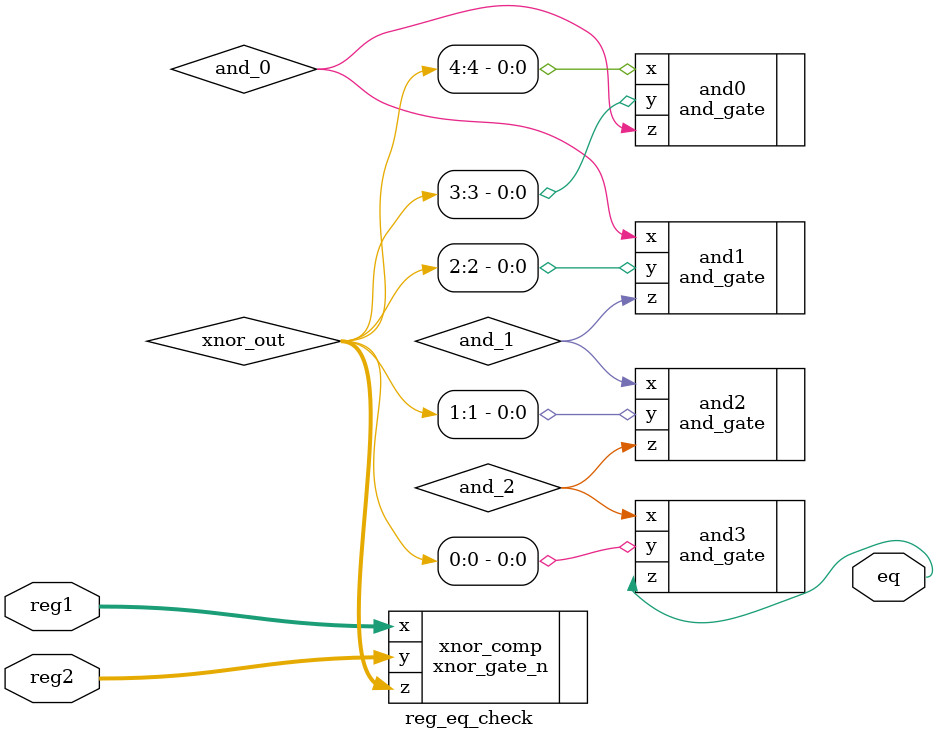
<source format=v>

module reg_eq_check(
	input wire[5:0] reg1,
	input wire[5:0] reg2,
	output wire eq
);

wire [4:0] xnor_out;
wire and_0;
wire and_1;
wire and_2;

xnor_gate_n #(5) xnor_comp(.x(reg1), .y(reg2), .z(xnor_out));
and_gate and0(.x(xnor_out[4]), .y(xnor_out[3]), .z(and_0));
and_gate and1(.x(and_0), .y(xnor_out[2]), .z(and_1));
and_gate and2(.x(and_1), .y(xnor_out[1]), .z(and_2));
and_gate and3(.x(and_2), .y(xnor_out[0]), .z(eq));

endmodule

</source>
